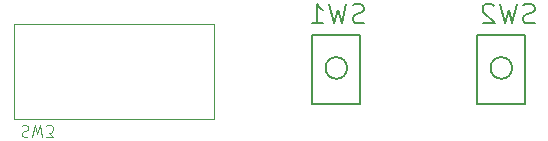
<source format=gbr>
%TF.GenerationSoftware,KiCad,Pcbnew,8.0.6-8.0.6-0~ubuntu22.04.1*%
%TF.CreationDate,2024-11-09T10:11:16-05:00*%
%TF.ProjectId,girl_scouts_blinker,6769726c-5f73-4636-9f75-74735f626c69,rev?*%
%TF.SameCoordinates,Original*%
%TF.FileFunction,Legend,Bot*%
%TF.FilePolarity,Positive*%
%FSLAX46Y46*%
G04 Gerber Fmt 4.6, Leading zero omitted, Abs format (unit mm)*
G04 Created by KiCad (PCBNEW 8.0.6-8.0.6-0~ubuntu22.04.1) date 2024-11-09 10:11:16*
%MOMM*%
%LPD*%
G01*
G04 APERTURE LIST*
%ADD10C,0.177800*%
%ADD11C,0.100000*%
%ADD12C,0.150000*%
G04 APERTURE END LIST*
D10*
X101261332Y-74970920D02*
X101025475Y-75049539D01*
X101025475Y-75049539D02*
X100632380Y-75049539D01*
X100632380Y-75049539D02*
X100475142Y-74970920D01*
X100475142Y-74970920D02*
X100396523Y-74892300D01*
X100396523Y-74892300D02*
X100317904Y-74735062D01*
X100317904Y-74735062D02*
X100317904Y-74577824D01*
X100317904Y-74577824D02*
X100396523Y-74420586D01*
X100396523Y-74420586D02*
X100475142Y-74341967D01*
X100475142Y-74341967D02*
X100632380Y-74263348D01*
X100632380Y-74263348D02*
X100946856Y-74184729D01*
X100946856Y-74184729D02*
X101104094Y-74106110D01*
X101104094Y-74106110D02*
X101182713Y-74027491D01*
X101182713Y-74027491D02*
X101261332Y-73870253D01*
X101261332Y-73870253D02*
X101261332Y-73713015D01*
X101261332Y-73713015D02*
X101182713Y-73555777D01*
X101182713Y-73555777D02*
X101104094Y-73477158D01*
X101104094Y-73477158D02*
X100946856Y-73398539D01*
X100946856Y-73398539D02*
X100553761Y-73398539D01*
X100553761Y-73398539D02*
X100317904Y-73477158D01*
X99767570Y-73398539D02*
X99374475Y-75049539D01*
X99374475Y-75049539D02*
X99059999Y-73870253D01*
X99059999Y-73870253D02*
X98745523Y-75049539D01*
X98745523Y-75049539D02*
X98352428Y-73398539D01*
X97802094Y-73555777D02*
X97723475Y-73477158D01*
X97723475Y-73477158D02*
X97566237Y-73398539D01*
X97566237Y-73398539D02*
X97173142Y-73398539D01*
X97173142Y-73398539D02*
X97015904Y-73477158D01*
X97015904Y-73477158D02*
X96937285Y-73555777D01*
X96937285Y-73555777D02*
X96858666Y-73713015D01*
X96858666Y-73713015D02*
X96858666Y-73870253D01*
X96858666Y-73870253D02*
X96937285Y-74106110D01*
X96937285Y-74106110D02*
X97880713Y-75049539D01*
X97880713Y-75049539D02*
X96858666Y-75049539D01*
D11*
X57825667Y-83711200D02*
X57968524Y-83663580D01*
X57968524Y-83663580D02*
X58206619Y-83663580D01*
X58206619Y-83663580D02*
X58301857Y-83711200D01*
X58301857Y-83711200D02*
X58349476Y-83758819D01*
X58349476Y-83758819D02*
X58397095Y-83854057D01*
X58397095Y-83854057D02*
X58397095Y-83949295D01*
X58397095Y-83949295D02*
X58349476Y-84044533D01*
X58349476Y-84044533D02*
X58301857Y-84092152D01*
X58301857Y-84092152D02*
X58206619Y-84139771D01*
X58206619Y-84139771D02*
X58016143Y-84187390D01*
X58016143Y-84187390D02*
X57920905Y-84235009D01*
X57920905Y-84235009D02*
X57873286Y-84282628D01*
X57873286Y-84282628D02*
X57825667Y-84377866D01*
X57825667Y-84377866D02*
X57825667Y-84473104D01*
X57825667Y-84473104D02*
X57873286Y-84568342D01*
X57873286Y-84568342D02*
X57920905Y-84615961D01*
X57920905Y-84615961D02*
X58016143Y-84663580D01*
X58016143Y-84663580D02*
X58254238Y-84663580D01*
X58254238Y-84663580D02*
X58397095Y-84615961D01*
X58730429Y-84663580D02*
X58968524Y-83663580D01*
X58968524Y-83663580D02*
X59159000Y-84377866D01*
X59159000Y-84377866D02*
X59349476Y-83663580D01*
X59349476Y-83663580D02*
X59587572Y-84663580D01*
X59873286Y-84663580D02*
X60492333Y-84663580D01*
X60492333Y-84663580D02*
X60159000Y-84282628D01*
X60159000Y-84282628D02*
X60301857Y-84282628D01*
X60301857Y-84282628D02*
X60397095Y-84235009D01*
X60397095Y-84235009D02*
X60444714Y-84187390D01*
X60444714Y-84187390D02*
X60492333Y-84092152D01*
X60492333Y-84092152D02*
X60492333Y-83854057D01*
X60492333Y-83854057D02*
X60444714Y-83758819D01*
X60444714Y-83758819D02*
X60397095Y-83711200D01*
X60397095Y-83711200D02*
X60301857Y-83663580D01*
X60301857Y-83663580D02*
X60016143Y-83663580D01*
X60016143Y-83663580D02*
X59920905Y-83711200D01*
X59920905Y-83711200D02*
X59873286Y-83758819D01*
D10*
X86808732Y-74970920D02*
X86572875Y-75049539D01*
X86572875Y-75049539D02*
X86179780Y-75049539D01*
X86179780Y-75049539D02*
X86022542Y-74970920D01*
X86022542Y-74970920D02*
X85943923Y-74892300D01*
X85943923Y-74892300D02*
X85865304Y-74735062D01*
X85865304Y-74735062D02*
X85865304Y-74577824D01*
X85865304Y-74577824D02*
X85943923Y-74420586D01*
X85943923Y-74420586D02*
X86022542Y-74341967D01*
X86022542Y-74341967D02*
X86179780Y-74263348D01*
X86179780Y-74263348D02*
X86494256Y-74184729D01*
X86494256Y-74184729D02*
X86651494Y-74106110D01*
X86651494Y-74106110D02*
X86730113Y-74027491D01*
X86730113Y-74027491D02*
X86808732Y-73870253D01*
X86808732Y-73870253D02*
X86808732Y-73713015D01*
X86808732Y-73713015D02*
X86730113Y-73555777D01*
X86730113Y-73555777D02*
X86651494Y-73477158D01*
X86651494Y-73477158D02*
X86494256Y-73398539D01*
X86494256Y-73398539D02*
X86101161Y-73398539D01*
X86101161Y-73398539D02*
X85865304Y-73477158D01*
X85314970Y-73398539D02*
X84921875Y-75049539D01*
X84921875Y-75049539D02*
X84607399Y-73870253D01*
X84607399Y-73870253D02*
X84292923Y-75049539D01*
X84292923Y-75049539D02*
X83899828Y-73398539D01*
X82406066Y-75049539D02*
X83349494Y-75049539D01*
X82877780Y-75049539D02*
X82877780Y-73398539D01*
X82877780Y-73398539D02*
X83035018Y-73634396D01*
X83035018Y-73634396D02*
X83192256Y-73791634D01*
X83192256Y-73791634D02*
X83349494Y-73870253D01*
D12*
%TO.C,SW2*%
X96418400Y-76022200D02*
X100482400Y-76022200D01*
X96418400Y-81864200D02*
X96418400Y-76022200D01*
X100482400Y-76022200D02*
X100482400Y-81864200D01*
X100482400Y-81864200D02*
X96418400Y-81864200D01*
X99366210Y-78816200D02*
G75*
G02*
X97534590Y-78816200I-915810J0D01*
G01*
X97534590Y-78816200D02*
G75*
G02*
X99366210Y-78816200I915810J0D01*
G01*
D11*
%TO.C,SW3*%
X57159000Y-75121000D02*
X74159000Y-75121000D01*
X57159000Y-79121000D02*
X57159000Y-75121000D01*
X57159000Y-83121000D02*
X57159000Y-79121000D01*
X74159000Y-75121000D02*
X74159000Y-83121000D01*
X74159000Y-83121000D02*
X57159000Y-83121000D01*
D12*
%TO.C,SW1*%
X82448400Y-76022200D02*
X86512400Y-76022200D01*
X82448400Y-81864200D02*
X82448400Y-76022200D01*
X86512400Y-76022200D02*
X86512400Y-81864200D01*
X86512400Y-81864200D02*
X82448400Y-81864200D01*
X85396210Y-78816200D02*
G75*
G02*
X83564590Y-78816200I-915810J0D01*
G01*
X83564590Y-78816200D02*
G75*
G02*
X85396210Y-78816200I915810J0D01*
G01*
%TD*%
M02*

</source>
